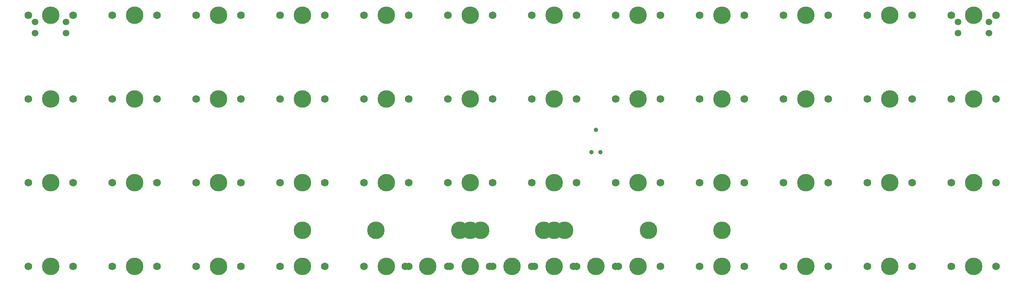
<source format=gbr>
%TF.GenerationSoftware,KiCad,Pcbnew,7.0.6-7.0.6~ubuntu23.04.1*%
%TF.CreationDate,2023-08-05T22:56:31-04:00*%
%TF.ProjectId,Koneko40Ortho,4b6f6e65-6b6f-4343-904f-7274686f2e6b,rev?*%
%TF.SameCoordinates,Original*%
%TF.FileFunction,Soldermask,Top*%
%TF.FilePolarity,Negative*%
%FSLAX46Y46*%
G04 Gerber Fmt 4.6, Leading zero omitted, Abs format (unit mm)*
G04 Created by KiCad (PCBNEW 7.0.6-7.0.6~ubuntu23.04.1) date 2023-08-05 22:56:31*
%MOMM*%
%LPD*%
G01*
G04 APERTURE LIST*
%ADD10C,1.750000*%
%ADD11C,3.987800*%
%ADD12C,1.500000*%
%ADD13C,0.990600*%
G04 APERTURE END LIST*
D10*
%TO.C,SW32*%
X175577500Y-75009375D03*
D11*
X180657500Y-75009375D03*
D10*
X185737500Y-75009375D03*
%TD*%
%TO.C,SW39*%
X80327500Y-94059375D03*
D11*
X85407500Y-94059375D03*
D10*
X90487500Y-94059375D03*
%TD*%
D11*
%TO.C,S2*%
X199707500Y-85804375D03*
X104457500Y-85804375D03*
%TD*%
D10*
%TO.C,SW16*%
X99377500Y-55959375D03*
D11*
X104457500Y-55959375D03*
D10*
X109537500Y-55959375D03*
%TD*%
%TO.C,SW44*%
X175577500Y-94059375D03*
D11*
X180657500Y-94059375D03*
D10*
X185737500Y-94059375D03*
%TD*%
%TO.C,SW11*%
X232727500Y-36909375D03*
D11*
X237807500Y-36909375D03*
D10*
X242887500Y-36909375D03*
%TD*%
D11*
%TO.C,SW53*%
X256857500Y-36909375D03*
D12*
X260357500Y-40909375D03*
X260357500Y-38409375D03*
X253357500Y-38409375D03*
X253357500Y-40909375D03*
%TD*%
D10*
%TO.C,SW8*%
X175577500Y-36909375D03*
D11*
X180657500Y-36909375D03*
D10*
X185737500Y-36909375D03*
%TD*%
%TO.C,SW51*%
X166052500Y-94059375D03*
D11*
X171132500Y-94059375D03*
D10*
X176212500Y-94059375D03*
%TD*%
%TO.C,SW22*%
X213677500Y-55959375D03*
D11*
X218757500Y-55959375D03*
D10*
X223837500Y-55959375D03*
%TD*%
%TO.C,SW28*%
X99377500Y-75009375D03*
D11*
X104457500Y-75009375D03*
D10*
X109537500Y-75009375D03*
%TD*%
%TO.C,SW47*%
X232727500Y-94059375D03*
D11*
X237807500Y-94059375D03*
D10*
X242887500Y-94059375D03*
%TD*%
%TO.C,SW46*%
X213677500Y-94059375D03*
D11*
X218757500Y-94059375D03*
D10*
X223837500Y-94059375D03*
%TD*%
D11*
%TO.C,S1*%
X163988750Y-85804375D03*
X140176250Y-85804375D03*
%TD*%
D10*
%TO.C,SW43*%
X156527500Y-94059375D03*
D11*
X161607500Y-94059375D03*
D10*
X166687500Y-94059375D03*
%TD*%
%TO.C,SW10*%
X213677500Y-36909375D03*
D11*
X218757500Y-36909375D03*
D10*
X223837500Y-36909375D03*
%TD*%
D11*
%TO.C,S3*%
X142557500Y-85804375D03*
X104457500Y-85804375D03*
%TD*%
D10*
%TO.C,SW34*%
X213677500Y-75009375D03*
D11*
X218757500Y-75009375D03*
D10*
X223837500Y-75009375D03*
%TD*%
%TO.C,SW29*%
X118427500Y-75009375D03*
D11*
X123507500Y-75009375D03*
D10*
X128587500Y-75009375D03*
%TD*%
%TO.C,SW19*%
X156527500Y-55959375D03*
D11*
X161607500Y-55959375D03*
D10*
X166687500Y-55959375D03*
%TD*%
%TO.C,SW4*%
X99377500Y-36909375D03*
D11*
X104457500Y-36909375D03*
D10*
X109537500Y-36909375D03*
%TD*%
%TO.C,SW49*%
X127881875Y-94059375D03*
D11*
X132961875Y-94059375D03*
D10*
X138041875Y-94059375D03*
%TD*%
%TO.C,SW45*%
X194627500Y-94059375D03*
D11*
X199707500Y-94059375D03*
D10*
X204787500Y-94059375D03*
%TD*%
%TO.C,SW9*%
X194627500Y-36909375D03*
D11*
X199707500Y-36909375D03*
D10*
X204787500Y-36909375D03*
%TD*%
D11*
%TO.C,S4*%
X199707500Y-85804375D03*
X161607500Y-85804375D03*
%TD*%
D10*
%TO.C,SW1*%
X42227500Y-36909375D03*
D11*
X47307500Y-36909375D03*
D10*
X52387500Y-36909375D03*
%TD*%
%TO.C,SW36*%
X251777500Y-75009375D03*
D11*
X256857500Y-75009375D03*
D10*
X261937500Y-75009375D03*
%TD*%
%TO.C,SW33*%
X194627500Y-75009375D03*
D11*
X199707500Y-75009375D03*
D10*
X204787500Y-75009375D03*
%TD*%
%TO.C,SW3*%
X80327500Y-36909375D03*
D11*
X85407500Y-36909375D03*
D10*
X90487500Y-36909375D03*
%TD*%
%TO.C,SW27*%
X80327500Y-75009375D03*
D11*
X85407500Y-75009375D03*
D10*
X90487500Y-75009375D03*
%TD*%
%TO.C,SW12*%
X251777500Y-36909375D03*
D11*
X256857500Y-36909375D03*
D10*
X261937500Y-36909375D03*
%TD*%
%TO.C,SW48*%
X251777500Y-94059375D03*
D11*
X256857500Y-94059375D03*
D10*
X261937500Y-94059375D03*
%TD*%
%TO.C,SW35*%
X232727500Y-75009375D03*
D11*
X237807500Y-75009375D03*
D10*
X242887500Y-75009375D03*
%TD*%
%TO.C,SW13*%
X42227500Y-55959375D03*
D11*
X47307500Y-55959375D03*
D10*
X52387500Y-55959375D03*
%TD*%
%TO.C,SW38*%
X61277500Y-94059375D03*
D11*
X66357500Y-94059375D03*
D10*
X71437500Y-94059375D03*
%TD*%
%TO.C,SW31*%
X156527500Y-75009375D03*
D11*
X161607500Y-75009375D03*
D10*
X166687500Y-75009375D03*
%TD*%
%TO.C,SW50*%
X147002500Y-94059375D03*
D11*
X152082500Y-94059375D03*
D10*
X157162500Y-94059375D03*
%TD*%
%TO.C,SW23*%
X232727500Y-55959375D03*
D11*
X237807500Y-55959375D03*
D10*
X242887500Y-55959375D03*
%TD*%
%TO.C,SW17*%
X118427500Y-55959375D03*
D11*
X123507500Y-55959375D03*
D10*
X128587500Y-55959375D03*
%TD*%
%TO.C,SW25*%
X42227500Y-75009375D03*
D11*
X47307500Y-75009375D03*
D10*
X52387500Y-75009375D03*
%TD*%
D11*
%TO.C,S6*%
X183038750Y-85804375D03*
X159226250Y-85804375D03*
%TD*%
D10*
%TO.C,SW5*%
X118427500Y-36909375D03*
D11*
X123507500Y-36909375D03*
D10*
X128587500Y-36909375D03*
%TD*%
D11*
%TO.C,SW52*%
X47307500Y-36909375D03*
D12*
X50807500Y-40909375D03*
X50807500Y-38409375D03*
X43807500Y-38409375D03*
X43807500Y-40909375D03*
%TD*%
D10*
%TO.C,SW7*%
X156527500Y-36909375D03*
D11*
X161607500Y-36909375D03*
D10*
X166687500Y-36909375D03*
%TD*%
%TO.C,SW30*%
X137477500Y-75009375D03*
D11*
X142557500Y-75009375D03*
D10*
X147637500Y-75009375D03*
%TD*%
%TO.C,SW2*%
X61277500Y-36909375D03*
D11*
X66357500Y-36909375D03*
D10*
X71437500Y-36909375D03*
%TD*%
%TO.C,SW42*%
X137477500Y-94059375D03*
D11*
X142557500Y-94059375D03*
D10*
X147637500Y-94059375D03*
%TD*%
%TO.C,SW15*%
X80327500Y-55959375D03*
D11*
X85407500Y-55959375D03*
D10*
X90487500Y-55959375D03*
%TD*%
%TO.C,SW24*%
X251777500Y-55959375D03*
D11*
X256857500Y-55959375D03*
D10*
X261937500Y-55959375D03*
%TD*%
%TO.C,SW18*%
X137477500Y-55959375D03*
D11*
X142557500Y-55959375D03*
D10*
X147637500Y-55959375D03*
%TD*%
%TO.C,SW21*%
X194627500Y-55959375D03*
D11*
X199707500Y-55959375D03*
D10*
X204787500Y-55959375D03*
%TD*%
%TO.C,SW40*%
X99377500Y-94059375D03*
D11*
X104457500Y-94059375D03*
D10*
X109537500Y-94059375D03*
%TD*%
%TO.C,SW26*%
X61277500Y-75009375D03*
D11*
X66357500Y-75009375D03*
D10*
X71437500Y-75009375D03*
%TD*%
%TO.C,SW41*%
X118427500Y-94059375D03*
D11*
X123507500Y-94059375D03*
D10*
X128587500Y-94059375D03*
%TD*%
%TO.C,SW37*%
X42227500Y-94059375D03*
D11*
X47307500Y-94059375D03*
D10*
X52387500Y-94059375D03*
%TD*%
%TO.C,SW20*%
X175577500Y-55959375D03*
D11*
X180657500Y-55959375D03*
D10*
X185737500Y-55959375D03*
%TD*%
%TO.C,SW6*%
X137477500Y-36909375D03*
D11*
X142557500Y-36909375D03*
D10*
X147637500Y-36909375D03*
%TD*%
%TO.C,SW14*%
X61277500Y-55959375D03*
D11*
X66357500Y-55959375D03*
D10*
X71437500Y-55959375D03*
%TD*%
D11*
%TO.C,S5*%
X144938750Y-85804375D03*
X121126250Y-85804375D03*
%TD*%
D13*
%TO.C,J2*%
X171132500Y-62944375D03*
X172148500Y-68024375D03*
X170116500Y-68024375D03*
%TD*%
M02*

</source>
